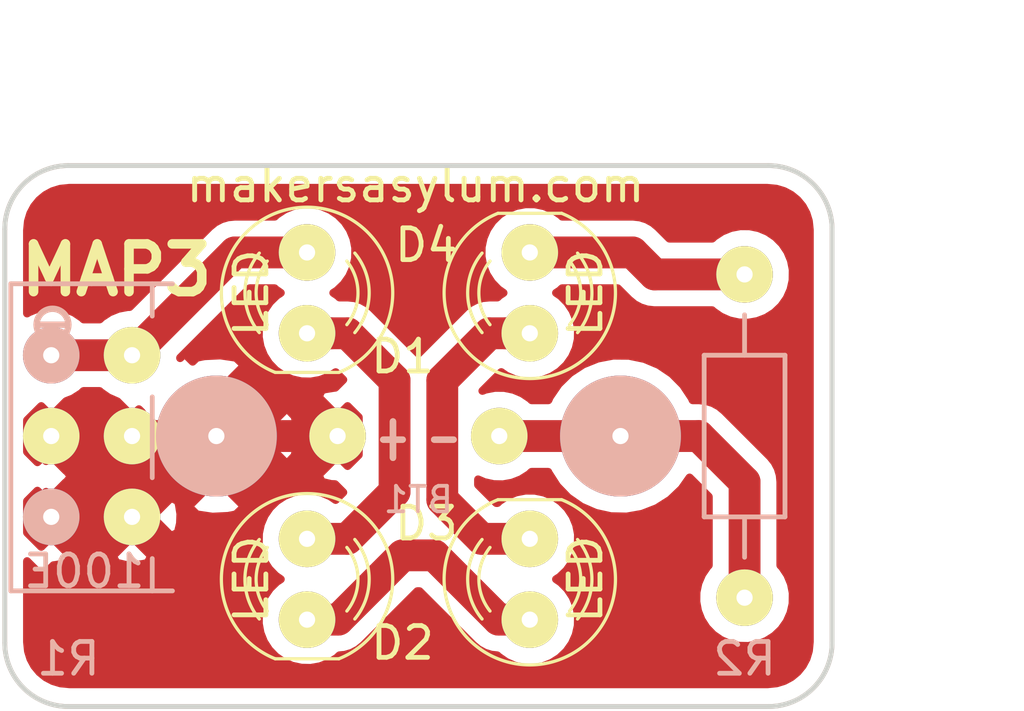
<source format=kicad_pcb>
(kicad_pcb (version 4) (host pcbnew 4.0.2-4+6225~38~ubuntu15.04.1-stable)

  (general
    (links 13)
    (no_connects 0)
    (area 155.924999 101.924999 182.075001 119.075001)
    (thickness 1.6)
    (drawings 14)
    (tracks 32)
    (zones 0)
    (modules 7)
    (nets 8)
  )

  (page A4)
  (layers
    (0 F.Cu signal)
    (31 B.Cu signal)
    (32 B.Adhes user)
    (33 F.Adhes user)
    (34 B.Paste user)
    (35 F.Paste user)
    (36 B.SilkS user)
    (37 F.SilkS user)
    (38 B.Mask user)
    (39 F.Mask user)
    (40 Dwgs.User user)
    (41 Cmts.User user)
    (42 Eco1.User user)
    (43 Eco2.User user)
    (44 Edge.Cuts user)
    (45 Margin user)
    (46 B.CrtYd user)
    (47 F.CrtYd user)
    (48 B.Fab user)
    (49 F.Fab user)
  )

  (setup
    (last_trace_width 0.25)
    (user_trace_width 0.25)
    (user_trace_width 0.5)
    (user_trace_width 1)
    (trace_clearance 0.2)
    (zone_clearance 0.5)
    (zone_45_only no)
    (trace_min 0.2)
    (segment_width 0.2)
    (edge_width 0.15)
    (via_size 0.6)
    (via_drill 0.4)
    (via_min_size 0.4)
    (via_min_drill 0.3)
    (uvia_size 0.3)
    (uvia_drill 0.1)
    (uvias_allowed no)
    (uvia_min_size 0)
    (uvia_min_drill 0)
    (pcb_text_width 0.3)
    (pcb_text_size 1.5 1.5)
    (mod_edge_width 0.15)
    (mod_text_size 1 1)
    (mod_text_width 0.15)
    (pad_size 3.8 3.8)
    (pad_drill 0.508)
    (pad_to_mask_clearance 0.2)
    (aux_axis_origin 156 119)
    (grid_origin 156 119)
    (visible_elements FFFFFF7F)
    (pcbplotparams
      (layerselection 0x00000_00000001)
      (usegerberextensions false)
      (excludeedgelayer false)
      (linewidth 0.050800)
      (plotframeref false)
      (viasonmask false)
      (mode 1)
      (useauxorigin false)
      (hpglpennumber 1)
      (hpglpenspeed 20)
      (hpglpendiameter 15)
      (hpglpenoverlay 2)
      (psnegative false)
      (psa4output false)
      (plotreference false)
      (plotvalue false)
      (plotinvisibletext false)
      (padsonsilk false)
      (subtractmaskfromsilk false)
      (outputformat 4)
      (mirror false)
      (drillshape 1)
      (scaleselection 1)
      (outputdirectory gerber/))
  )

  (net 0 "")
  (net 1 "Net-(D1-Pad1)")
  (net 2 "Net-(D1-Pad2)")
  (net 3 "Net-(D2-Pad2)")
  (net 4 "Net-(D3-Pad2)")
  (net 5 "Net-(D4-Pad2)")
  (net 6 /[+])
  (net 7 /[-])

  (net_class Default "This is the default net class."
    (clearance 0.2)
    (trace_width 0.25)
    (via_dia 0.6)
    (via_drill 0.4)
    (uvia_dia 0.3)
    (uvia_drill 0.1)
  )

  (net_class 0.5 ""
    (clearance 0.2)
    (trace_width 0.5)
    (via_dia 0.6)
    (via_drill 0.4)
    (uvia_dia 0.3)
    (uvia_drill 0.1)
  )

  (net_class 1.0 ""
    (clearance 0.2)
    (trace_width 1)
    (via_dia 0.6)
    (via_drill 0.4)
    (uvia_dia 0.3)
    (uvia_drill 0.1)
    (add_net /[+])
    (add_net /[-])
    (add_net "Net-(D1-Pad1)")
    (add_net "Net-(D1-Pad2)")
    (add_net "Net-(D2-Pad2)")
    (add_net "Net-(D3-Pad2)")
    (add_net "Net-(D4-Pad2)")
  )

  (module map3_fp:LED-5MM (layer F.Cu) (tedit 57148B68) (tstamp 570F64D2)
    (at 165.5 106 270)
    (descr "LED 5mm - Lead pitch 100mil (2,54mm)")
    (tags "LED led 5mm 5MM 100mil 2,54mm")
    (path /570F5ABC)
    (fp_text reference D1 (at 2 -3 360) (layer F.SilkS)
      (effects (font (size 1 1) (thickness 0.15)))
    )
    (fp_text value LED (at 0 1.75 270) (layer F.SilkS)
      (effects (font (size 1 1) (thickness 0.15)))
    )
    (fp_arc (start 0 0) (end 1.25 1.5) (angle 79.61114218) (layer F.SilkS) (width 0.1016))
    (fp_arc (start 0 0) (end -1.25 -1.5) (angle 79.61114218) (layer F.SilkS) (width 0.1016))
    (fp_arc (start 0 0) (end 1 1.25) (angle 77.31961651) (layer F.SilkS) (width 0.1016))
    (fp_arc (start 0 0) (end -1 -1.25) (angle 77.31961651) (layer F.SilkS) (width 0.1016))
    (fp_arc (start 0 0) (end 2.5 1) (angle 316.397181) (layer F.SilkS) (width 0.1016))
    (fp_line (start 2.5 -1) (end 2.5 1) (layer F.SilkS) (width 0.1016))
    (pad 1 thru_hole circle (at -1.27 0 270) (size 1.778 1.778) (drill 0.508) (layers *.Cu *.Mask F.SilkS)
      (net 1 "Net-(D1-Pad1)"))
    (pad 2 thru_hole circle (at 1.27 0 270) (size 1.778 1.778) (drill 0.508) (layers *.Cu *.Mask F.SilkS)
      (net 2 "Net-(D1-Pad2)"))
    (model LED_5mm.wrl
      (at (xyz 0 0 0))
      (scale (xyz 1 1 1))
      (rotate (xyz 0 0 0))
    )
  )

  (module map3_fp:Potentiometer_Bourns_3296Y_3-8Zoll_Angular_ScrewUp (layer B.Cu) (tedit 57148B3E) (tstamp 570F6880)
    (at 160 110.5)
    (descr "3296, 3/8, Square, Trimpot, Trimming, Potentiometer, Bourns")
    (tags "3296, 3/8, Square, Trimpot, Trimming, Potentiometer, Bourns")
    (path /570F68DD)
    (fp_text reference R1 (at -2 7) (layer B.SilkS)
      (effects (font (size 1 1) (thickness 0.15)) (justify mirror))
    )
    (fp_text value 100E (at -1.5 4.25) (layer B.SilkS)
      (effects (font (size 1 1) (thickness 0.15)) (justify mirror))
    )
    (fp_circle (center -2.5 -3.5) (end -2 -3.5) (layer B.SilkS) (width 0.2))
    (fp_line (start -2 -3.5) (end -3 -3.5) (layer B.SilkS) (width 0.2))
    (fp_line (start 0.635 -3.77) (end 0.635 -4.786) (layer B.SilkS) (width 0.15))
    (fp_line (start 0.635 1.31) (end 0.635 -1.23) (layer B.SilkS) (width 0.15))
    (fp_line (start 0.635 4.866) (end 0.635 3.85) (layer B.SilkS) (width 0.15))
    (fp_line (start -2.54 -4.786) (end -3.81 -4.786) (layer B.SilkS) (width 0.15))
    (fp_line (start -3.81 -4.786) (end -3.81 4.866) (layer B.SilkS) (width 0.15))
    (fp_line (start -3.81 4.866) (end 1.27 4.866) (layer B.SilkS) (width 0.15))
    (fp_line (start 1.27 -4.786) (end -1.27 -4.786) (layer B.SilkS) (width 0.15))
    (fp_line (start -1.27 -4.786) (end -2.54 -4.786) (layer B.SilkS) (width 0.15))
    (pad 3 thru_hole circle (at -2.54 0) (size 1.778 1.778) (drill 0.508) (layers *.Cu *.Mask F.SilkS)
      (net 6 /[+]))
    (pad 2 thru_hole circle (at 0 2.54) (size 1.778 1.778) (drill 0.508) (layers *.Cu *.Mask F.SilkS)
      (net 6 /[+]))
    (pad 1 thru_hole circle (at 0 -2.54) (size 1.778 1.778) (drill 0.508) (layers *.Cu *.Mask F.SilkS)
      (net 1 "Net-(D1-Pad1)"))
    (pad 3 thru_hole circle (at 0 0) (size 1.778 1.778) (drill 0.508) (layers *.Cu *.Mask F.SilkS)
      (net 6 /[+]))
    (pad 2 thru_hole circle (at -2.54 2.54) (size 1.778 1.778) (drill 0.508) (layers *.Cu *.Mask B.SilkS)
      (net 6 /[+]))
    (pad 1 thru_hole circle (at -2.54 -2.54) (size 1.778 1.778) (drill 0.508) (layers *.Cu *.Mask B.SilkS)
      (net 1 "Net-(D1-Pad1)"))
    (model Bourns_3362S.wrl
      (at (xyz 0 0 0))
      (scale (xyz 1 1 1))
      (rotate (xyz 0 0 0))
    )
  )

  (module map3_fp:Resistor_Horizontal_RM10mm (layer B.Cu) (tedit 57148B77) (tstamp 570F6887)
    (at 179.25 110.5 270)
    (descr "Resistor, Axial,  RM 10mm, 1/3W,")
    (tags "Resistor, Axial, RM 10mm, 1/3W,")
    (path /570F5CCF)
    (fp_text reference R2 (at 7 0 360) (layer B.SilkS)
      (effects (font (size 1 1) (thickness 0.15)) (justify mirror))
    )
    (fp_text value 100E (at 3.81 -3.81 270) (layer B.SilkS) hide
      (effects (font (size 1 1) (thickness 0.15)) (justify mirror))
    )
    (fp_line (start -2.54 1.27) (end 2.54 1.27) (layer B.SilkS) (width 0.15))
    (fp_line (start 2.54 1.27) (end 2.54 -1.27) (layer B.SilkS) (width 0.15))
    (fp_line (start 2.54 -1.27) (end -2.54 -1.27) (layer B.SilkS) (width 0.15))
    (fp_line (start -2.54 -1.27) (end -2.54 1.27) (layer B.SilkS) (width 0.15))
    (fp_line (start -2.54 0) (end -3.81 0) (layer B.SilkS) (width 0.15))
    (fp_line (start 2.54 0) (end 3.81 0) (layer B.SilkS) (width 0.15))
    (pad 1 thru_hole circle (at -5.08 0 270) (size 1.778 1.778) (drill 0.508) (layers *.Cu *.Mask F.SilkS)
      (net 5 "Net-(D4-Pad2)"))
    (pad 2 thru_hole circle (at 5.08 0 270) (size 1.778 1.778) (drill 0.508) (layers *.Cu *.Mask F.SilkS)
      (net 7 /[-]))
    (model Res40-Axial_Short_0.25W-10R.wrl
      (at (xyz 0 0 0))
      (scale (xyz 1 1 1))
      (rotate (xyz 0 0 0))
    )
  )

  (module map3_fp:LED-5MM (layer F.Cu) (tedit 57148B6C) (tstamp 570F64E1)
    (at 172.5 106 90)
    (descr "LED 5mm - Lead pitch 100mil (2,54mm)")
    (tags "LED led 5mm 5MM 100mil 2,54mm")
    (path /570F5C5D)
    (fp_text reference D4 (at 1.5 -3.25 180) (layer F.SilkS)
      (effects (font (size 1 1) (thickness 0.15)))
    )
    (fp_text value LED (at 0 1.75 90) (layer F.SilkS)
      (effects (font (size 1 1) (thickness 0.15)))
    )
    (fp_arc (start 0 0) (end 1.25 1.5) (angle 79.61114218) (layer F.SilkS) (width 0.1016))
    (fp_arc (start 0 0) (end -1.25 -1.5) (angle 79.61114218) (layer F.SilkS) (width 0.1016))
    (fp_arc (start 0 0) (end 1 1.25) (angle 77.31961651) (layer F.SilkS) (width 0.1016))
    (fp_arc (start 0 0) (end -1 -1.25) (angle 77.31961651) (layer F.SilkS) (width 0.1016))
    (fp_arc (start 0 0) (end 2.5 1) (angle 316.397181) (layer F.SilkS) (width 0.1016))
    (fp_line (start 2.5 -1) (end 2.5 1) (layer F.SilkS) (width 0.1016))
    (pad 1 thru_hole circle (at -1.27 0 90) (size 1.778 1.778) (drill 0.508) (layers *.Cu *.Mask F.SilkS)
      (net 4 "Net-(D3-Pad2)"))
    (pad 2 thru_hole circle (at 1.27 0 90) (size 1.778 1.778) (drill 0.508) (layers *.Cu *.Mask F.SilkS)
      (net 5 "Net-(D4-Pad2)"))
    (model LED_5mm.wrl
      (at (xyz 0 0 0))
      (scale (xyz 1 1 1))
      (rotate (xyz 0 0 0))
    )
  )

  (module map3_fp:LED-5MM (layer F.Cu) (tedit 57148B4E) (tstamp 570F64DC)
    (at 172.5 115 90)
    (descr "LED 5mm - Lead pitch 100mil (2,54mm)")
    (tags "LED led 5mm 5MM 100mil 2,54mm")
    (path /570F5B9E)
    (fp_text reference D3 (at 1.75 -3.25 180) (layer F.SilkS)
      (effects (font (size 1 1) (thickness 0.15)))
    )
    (fp_text value LED (at 0 1.75 90) (layer F.SilkS)
      (effects (font (size 1 1) (thickness 0.15)))
    )
    (fp_arc (start 0 0) (end 1.25 1.5) (angle 79.61114218) (layer F.SilkS) (width 0.1016))
    (fp_arc (start 0 0) (end -1.25 -1.5) (angle 79.61114218) (layer F.SilkS) (width 0.1016))
    (fp_arc (start 0 0) (end 1 1.25) (angle 77.31961651) (layer F.SilkS) (width 0.1016))
    (fp_arc (start 0 0) (end -1 -1.25) (angle 77.31961651) (layer F.SilkS) (width 0.1016))
    (fp_arc (start 0 0) (end 2.5 1) (angle 316.397181) (layer F.SilkS) (width 0.1016))
    (fp_line (start 2.5 -1) (end 2.5 1) (layer F.SilkS) (width 0.1016))
    (pad 1 thru_hole circle (at -1.27 0 90) (size 1.778 1.778) (drill 0.508) (layers *.Cu *.Mask F.SilkS)
      (net 3 "Net-(D2-Pad2)"))
    (pad 2 thru_hole circle (at 1.27 0 90) (size 1.778 1.778) (drill 0.508) (layers *.Cu *.Mask F.SilkS)
      (net 4 "Net-(D3-Pad2)"))
    (model LED_5mm.wrl
      (at (xyz 0 0 0))
      (scale (xyz 1 1 1))
      (rotate (xyz 0 0 0))
    )
  )

  (module map3_fp:LED-5MM (layer F.Cu) (tedit 57148B52) (tstamp 570F64D7)
    (at 165.5 115 270)
    (descr "LED 5mm - Lead pitch 100mil (2,54mm)")
    (tags "LED led 5mm 5MM 100mil 2,54mm")
    (path /570F5B5A)
    (fp_text reference D2 (at 2 -3 360) (layer F.SilkS)
      (effects (font (size 1 1) (thickness 0.15)))
    )
    (fp_text value LED (at 0 1.75 270) (layer F.SilkS)
      (effects (font (size 1 1) (thickness 0.15)))
    )
    (fp_arc (start 0 0) (end 1.25 1.5) (angle 79.61114218) (layer F.SilkS) (width 0.1016))
    (fp_arc (start 0 0) (end -1.25 -1.5) (angle 79.61114218) (layer F.SilkS) (width 0.1016))
    (fp_arc (start 0 0) (end 1 1.25) (angle 77.31961651) (layer F.SilkS) (width 0.1016))
    (fp_arc (start 0 0) (end -1 -1.25) (angle 77.31961651) (layer F.SilkS) (width 0.1016))
    (fp_arc (start 0 0) (end 2.5 1) (angle 316.397181) (layer F.SilkS) (width 0.1016))
    (fp_line (start 2.5 -1) (end 2.5 1) (layer F.SilkS) (width 0.1016))
    (pad 1 thru_hole circle (at -1.27 0 270) (size 1.778 1.778) (drill 0.508) (layers *.Cu *.Mask F.SilkS)
      (net 2 "Net-(D1-Pad2)"))
    (pad 2 thru_hole circle (at 1.27 0 270) (size 1.778 1.778) (drill 0.508) (layers *.Cu *.Mask F.SilkS)
      (net 3 "Net-(D2-Pad2)"))
    (model LED_5mm.wrl
      (at (xyz 0 0 0))
      (scale (xyz 1 1 1))
      (rotate (xyz 0 0 0))
    )
  )

  (module map3_fp:9V_clip_968 (layer B.Cu) (tedit 57148B85) (tstamp 570F687B)
    (at 169 110.5 180)
    (path /570F5FD9)
    (fp_text reference BT1 (at 0 -2 180) (layer B.SilkS)
      (effects (font (size 0.8 0.8) (thickness 0.12)) (justify mirror))
    )
    (fp_text value BATT_HOLDER (at 0 -1 180) (layer B.SilkS) hide
      (effects (font (size 0.8 0.8) (thickness 0.12)) (justify mirror))
    )
    (fp_line (start 11 8.5) (end -11 8.5) (layer B.SilkS) (width 0.15))
    (fp_line (start 13 -6.5) (end 13 6.5) (layer B.SilkS) (width 0.15))
    (fp_line (start -11 -8.5) (end 11 -8.5) (layer B.SilkS) (width 0.15))
    (fp_line (start -13 6.5) (end -13 -6.5) (layer B.SilkS) (width 0.15))
    (fp_arc (start 11 6.5) (end 11 8.5) (angle -90) (layer B.SilkS) (width 0.15))
    (fp_arc (start 11 -6.5) (end 13 -6.5) (angle -90) (layer B.SilkS) (width 0.15))
    (fp_arc (start -11 -6.5) (end -11 -8.5) (angle -90) (layer B.SilkS) (width 0.15))
    (fp_arc (start -11 6.5) (end -13 6.5) (angle -90) (layer B.SilkS) (width 0.15))
    (pad 1 thru_hole circle (at 6.35 0 180) (size 3.8 3.8) (drill 0.508) (layers *.Cu *.Mask B.SilkS)
      (net 6 /[+]))
    (pad 2 thru_hole circle (at -6.35 0 180) (size 3.8 3.8) (drill 0.508) (layers *.Cu *.Mask B.SilkS)
      (net 7 /[-]))
    (pad 2 thru_hole circle (at -2.54 0 180) (size 1.778 1.778) (drill 0.508) (layers *.Cu *.Mask F.SilkS)
      (net 7 /[-]))
    (pad 1 thru_hole circle (at 2.54 0 180) (size 1.778 1.778) (drill 0.508) (layers *.Cu *.Mask F.SilkS)
      (net 6 /[+]))
    (model 9V_clip2.wrl
      (at (xyz 0 0 0.05))
      (scale (xyz 1 1 1))
      (rotate (xyz 0 0 0))
    )
  )

  (gr_text makersasylum.com (at 168.91 102.616) (layer F.SilkS)
    (effects (font (size 1.016 1.016) (thickness 0.1524)))
  )
  (gr_text MAP3 (at 159.512 105.283) (layer F.SilkS)
    (effects (font (size 1.5 1.5) (thickness 0.3)))
  )
  (dimension 17 (width 0.3) (layer Dwgs.User)
    (gr_text "17.000 mm" (at 185.35 110.5 270) (layer Dwgs.User)
      (effects (font (size 1.5 1.5) (thickness 0.3)))
    )
    (feature1 (pts (xy 182.5 119) (xy 186.7 119)))
    (feature2 (pts (xy 182.5 102) (xy 186.7 102)))
    (crossbar (pts (xy 184 102) (xy 184 119)))
    (arrow1a (pts (xy 184 119) (xy 183.413579 117.873496)))
    (arrow1b (pts (xy 184 119) (xy 184.586421 117.873496)))
    (arrow2a (pts (xy 184 102) (xy 183.413579 103.126504)))
    (arrow2b (pts (xy 184 102) (xy 184.586421 103.126504)))
  )
  (dimension 26 (width 0.3) (layer Dwgs.User)
    (gr_text "26.000 mm" (at 169 98.65) (layer Dwgs.User)
      (effects (font (size 1.5 1.5) (thickness 0.3)))
    )
    (feature1 (pts (xy 182 101.5) (xy 182 97.3)))
    (feature2 (pts (xy 156 101.5) (xy 156 97.3)))
    (crossbar (pts (xy 156 100) (xy 182 100)))
    (arrow1a (pts (xy 182 100) (xy 180.873496 100.586421)))
    (arrow1b (pts (xy 182 100) (xy 180.873496 99.413579)))
    (arrow2a (pts (xy 156 100) (xy 157.126504 100.586421)))
    (arrow2b (pts (xy 156 100) (xy 157.126504 99.413579)))
  )
  (gr_text "- +" (at 169 110.5) (layer B.SilkS)
    (effects (font (size 1.5 0.8) (thickness 0.2)) (justify mirror))
  )
  (gr_text "+ -" (at 169 110.5) (layer F.SilkS)
    (effects (font (size 1.5 0.8) (thickness 0.2)))
  )
  (gr_arc (start 158 104) (end 156 104) (angle 90) (layer Edge.Cuts) (width 0.15))
  (gr_arc (start 158 117) (end 158 119) (angle 90) (layer Edge.Cuts) (width 0.15))
  (gr_arc (start 180 117) (end 182 117) (angle 90) (layer Edge.Cuts) (width 0.15))
  (gr_arc (start 180 104) (end 180 102) (angle 90) (layer Edge.Cuts) (width 0.15))
  (gr_line (start 156 117) (end 156 104) (angle 90) (layer Edge.Cuts) (width 0.15))
  (gr_line (start 180 119) (end 158 119) (angle 90) (layer Edge.Cuts) (width 0.15))
  (gr_line (start 182 104) (end 182 117) (angle 90) (layer Edge.Cuts) (width 0.15))
  (gr_line (start 158 102) (end 180 102) (angle 90) (layer Edge.Cuts) (width 0.15))

  (segment (start 165.5 104.73) (end 163.23 104.73) (width 1) (layer F.Cu) (net 1) (status 10))
  (segment (start 160 107.96) (end 157.46 107.96) (width 1) (layer F.Cu) (net 1) (status 30))
  (segment (start 163.23 104.73) (end 160 107.96) (width 1) (layer F.Cu) (net 1) (tstamp 570F6911) (status 20))
  (segment (start 165.5 107.27) (end 166.77 107.27) (width 1) (layer F.Cu) (net 2) (status 10))
  (segment (start 168.25 108.75) (end 168.25 112.25) (width 1) (layer F.Cu) (net 2) (tstamp 57148840))
  (segment (start 166.77 107.27) (end 168.25 108.75) (width 1) (layer F.Cu) (net 2) (tstamp 5714883F))
  (segment (start 165.5 107.27) (end 166.27 107.27) (width 1) (layer F.Cu) (net 2) (status 30))
  (segment (start 166.77 113.73) (end 165.5 113.73) (width 1) (layer F.Cu) (net 2) (tstamp 57148831) (status 20))
  (segment (start 168.25 112.25) (end 166.77 113.73) (width 1) (layer F.Cu) (net 2) (tstamp 5714882C))
  (segment (start 165.5 116.27) (end 166.48 116.27) (width 1) (layer F.Cu) (net 3))
  (segment (start 171.52 116.27) (end 172.5 116.27) (width 1) (layer F.Cu) (net 3) (tstamp 571488DB))
  (segment (start 169.5 114.25) (end 171.52 116.27) (width 1) (layer F.Cu) (net 3) (tstamp 571488D8))
  (segment (start 168.5 114.25) (end 169.5 114.25) (width 1) (layer F.Cu) (net 3) (tstamp 571488D5))
  (segment (start 166.48 116.27) (end 168.5 114.25) (width 1) (layer F.Cu) (net 3) (tstamp 571488D4))
  (segment (start 172.5 107.27) (end 171.23 107.27) (width 1) (layer F.Cu) (net 4) (status 10))
  (segment (start 169.75 108.75) (end 169.75 112.5) (width 1) (layer F.Cu) (net 4) (tstamp 5714886B))
  (segment (start 171.23 107.27) (end 169.75 108.75) (width 1) (layer F.Cu) (net 4) (tstamp 5714886A))
  (segment (start 172.5 107.27) (end 171.73 107.27) (width 1) (layer F.Cu) (net 4) (status 30))
  (segment (start 170.98 113.73) (end 172.5 113.73) (width 1) (layer F.Cu) (net 4) (tstamp 57148859) (status 20))
  (segment (start 169.75 112.5) (end 170.98 113.73) (width 1) (layer F.Cu) (net 4) (tstamp 57148857))
  (segment (start 176.42 105.42) (end 179.25 105.42) (width 1) (layer F.Cu) (net 5) (tstamp 570F690D) (status 20))
  (segment (start 172.5 104.73) (end 175.73 104.73) (width 1) (layer F.Cu) (net 5) (status 10))
  (segment (start 175.73 104.73) (end 176.42 105.42) (width 1) (layer F.Cu) (net 5) (tstamp 570F690C))
  (segment (start 166.46 110.5) (end 162.65 110.5) (width 1) (layer F.Cu) (net 6) (status 30))
  (segment (start 160 113.04) (end 157.46 113.04) (width 1) (layer F.Cu) (net 6) (status 30))
  (segment (start 160 113.04) (end 160 110.5) (width 1) (layer F.Cu) (net 6) (status 30))
  (segment (start 160 110.5) (end 162.65 110.5) (width 1) (layer F.Cu) (net 6) (status 30))
  (segment (start 157.46 110.5) (end 160 110.5) (width 1) (layer F.Cu) (net 6) (status 30))
  (segment (start 175.35 110.5) (end 177.81 110.5) (width 1) (layer F.Cu) (net 7) (status 10))
  (segment (start 177.81 110.5) (end 179.25 111.94) (width 1) (layer F.Cu) (net 7) (tstamp 571487E5))
  (segment (start 171.54 110.5) (end 175.35 110.5) (width 1) (layer F.Cu) (net 7) (status 30))
  (segment (start 179.25 111.94) (end 179.25 115.58) (width 1) (layer F.Cu) (net 7) (tstamp 571487E8) (status 20))

  (zone (net 6) (net_name /[+]) (layer F.Cu) (tstamp 570F803A) (hatch edge 0.508)
    (connect_pads (clearance 0.5))
    (min_thickness 0.25)
    (fill yes (arc_segments 32) (thermal_gap 0.5) (thermal_bridge_width 2.5) (smoothing fillet))
    (polygon
      (pts
        (xy 182 119) (xy 156 119) (xy 156 102) (xy 182 102) (xy 182 119)
      )
    )
    (filled_polygon
      (pts
        (xy 180.251851 102.728051) (xy 180.494113 102.801194) (xy 180.71755 102.919998) (xy 180.913658 103.07994) (xy 181.074967 103.274928)
        (xy 181.195327 103.49753) (xy 181.27016 103.739275) (xy 181.3 104.023186) (xy 181.3 116.965765) (xy 181.271949 117.251852)
        (xy 181.198805 117.494114) (xy 181.080002 117.71755) (xy 180.920058 117.91366) (xy 180.72507 118.074968) (xy 180.502473 118.195326)
        (xy 180.260725 118.270159) (xy 179.976814 118.3) (xy 158.034235 118.3) (xy 157.748148 118.271949) (xy 157.505886 118.198805)
        (xy 157.28245 118.080002) (xy 157.08634 117.920058) (xy 156.925032 117.72507) (xy 156.804674 117.502473) (xy 156.729841 117.260725)
        (xy 156.7 116.976814) (xy 156.7 114.430625) (xy 157.180184 114.910809) (xy 157.533207 114.557786) (xy 157.552569 114.558508)
        (xy 157.847036 114.51127) (xy 157.955585 114.478342) (xy 158.058339 114.266957) (xy 159.401661 114.266957) (xy 159.504415 114.478342)
        (xy 159.794544 114.547389) (xy 160.092569 114.558508) (xy 160.387036 114.51127) (xy 160.495585 114.478342) (xy 160.598339 114.266957)
        (xy 160 113.668618) (xy 159.401661 114.266957) (xy 158.058339 114.266957) (xy 157.46 113.668618) (xy 157.145692 113.982927)
        (xy 156.7 113.537235) (xy 156.7 113.171382) (xy 156.831382 113.04) (xy 158.088618 113.04) (xy 158.551841 113.503223)
        (xy 158.561658 113.535585) (xy 158.605528 113.55691) (xy 158.686957 113.638339) (xy 158.73 113.617416) (xy 158.773043 113.638339)
        (xy 158.854472 113.55691) (xy 158.898342 113.535585) (xy 158.905383 113.505999) (xy 159.371382 113.04) (xy 160.628618 113.04)
        (xy 161.226957 113.638339) (xy 161.438342 113.535585) (xy 161.507389 113.245456) (xy 161.518508 112.947431) (xy 161.481307 112.71553)
        (xy 161.777973 112.71553) (xy 162.035712 112.961731) (xy 162.527776 113.034271) (xy 163.024537 113.009421) (xy 163.264288 112.961731)
        (xy 163.522027 112.71553) (xy 162.65 111.843503) (xy 161.777973 112.71553) (xy 161.481307 112.71553) (xy 161.47127 112.652964)
        (xy 161.438342 112.544415) (xy 161.226957 112.441661) (xy 160.628618 113.04) (xy 159.371382 113.04) (xy 158.908159 112.576777)
        (xy 158.898342 112.544415) (xy 158.854472 112.52309) (xy 158.773043 112.441661) (xy 158.73 112.462584) (xy 158.686957 112.441661)
        (xy 158.605528 112.52309) (xy 158.561658 112.544415) (xy 158.554617 112.574001) (xy 158.088618 113.04) (xy 156.831382 113.04)
        (xy 156.7 112.908618) (xy 156.7 112.542765) (xy 157.02607 112.216695) (xy 157.180184 112.370809) (xy 157.299806 112.251188)
        (xy 157.46 112.411382) (xy 157.923223 111.948159) (xy 157.955585 111.938342) (xy 157.97691 111.894472) (xy 158.058339 111.813043)
        (xy 158.037416 111.77) (xy 158.058339 111.726957) (xy 159.401661 111.726957) (xy 159.422584 111.77) (xy 159.401661 111.813043)
        (xy 159.48309 111.894472) (xy 159.504415 111.938342) (xy 159.534001 111.945383) (xy 160 112.411382) (xy 160.463223 111.948159)
        (xy 160.495585 111.938342) (xy 160.51691 111.894472) (xy 160.598339 111.813043) (xy 160.577416 111.77) (xy 160.598339 111.726957)
        (xy 160.51691 111.645528) (xy 160.495585 111.601658) (xy 160.465999 111.594617) (xy 160 111.128618) (xy 159.536777 111.591841)
        (xy 159.504415 111.601658) (xy 159.48309 111.645528) (xy 159.401661 111.726957) (xy 158.058339 111.726957) (xy 157.97691 111.645528)
        (xy 157.955585 111.601658) (xy 157.925999 111.594617) (xy 157.46 111.128618) (xy 157.299806 111.288813) (xy 157.180184 111.169191)
        (xy 157.02607 111.323305) (xy 156.7 110.997235) (xy 156.7 110.631382) (xy 156.831382 110.5) (xy 158.088618 110.5)
        (xy 158.551841 110.963223) (xy 158.561658 110.995585) (xy 158.605528 111.01691) (xy 158.686957 111.098339) (xy 158.73 111.077416)
        (xy 158.773043 111.098339) (xy 158.854472 111.01691) (xy 158.898342 110.995585) (xy 158.905383 110.965999) (xy 159.371382 110.5)
        (xy 158.908159 110.036777) (xy 158.898342 110.004415) (xy 158.854472 109.98309) (xy 158.773043 109.901661) (xy 158.73 109.922584)
        (xy 158.686957 109.901661) (xy 158.605528 109.98309) (xy 158.561658 110.004415) (xy 158.554617 110.034001) (xy 158.088618 110.5)
        (xy 156.831382 110.5) (xy 156.7 110.368618) (xy 156.7 110.002765) (xy 157.145692 109.557074) (xy 157.46 109.871382)
        (xy 157.929532 109.40185) (xy 158.145932 109.317914) (xy 158.396622 109.158821) (xy 158.474142 109.085) (xy 158.981601 109.085)
        (xy 159.013998 109.118548) (xy 159.257806 109.287999) (xy 159.529884 109.406867) (xy 159.537064 109.408446) (xy 160 109.871382)
        (xy 160.215195 109.656188) (xy 160.313558 109.754551) (xy 160.188269 109.885712) (xy 160.115729 110.377776) (xy 160.140579 110.874537)
        (xy 160.188269 111.114288) (xy 160.43447 111.372027) (xy 160.967558 110.83894) (xy 161.226957 111.098339) (xy 161.438342 110.995585)
        (xy 161.507389 110.705456) (xy 161.515054 110.5) (xy 163.993503 110.5) (xy 164.86553 111.372027) (xy 165.111731 111.114288)
        (xy 165.122037 111.044379) (xy 165.233043 111.098339) (xy 165.831382 110.5) (xy 165.233043 109.901661) (xy 165.12532 109.954025)
        (xy 165.111731 109.885712) (xy 164.86553 109.627973) (xy 163.993503 110.5) (xy 161.515054 110.5) (xy 161.518508 110.407431)
        (xy 161.47127 110.112964) (xy 161.458816 110.071909) (xy 162.512114 109.018611) (xy 162.65 109.156497) (xy 163.522027 108.28447)
        (xy 163.264288 108.038269) (xy 162.772224 107.965729) (xy 162.275463 107.990579) (xy 162.035712 108.038269) (xy 161.904551 108.163558)
        (xy 161.65184 107.910847) (xy 161.510708 108.051979) (xy 161.510874 108.040116) (xy 163.69599 105.855) (xy 164.481601 105.855)
        (xy 164.513998 105.888548) (xy 164.674992 106.000442) (xy 164.546731 106.084373) (xy 164.334597 106.29211) (xy 164.166852 106.537096)
        (xy 164.049886 106.809997) (xy 163.988155 107.100419) (xy 163.98401 107.397301) (xy 164.037608 107.689334) (xy 164.146908 107.965395)
        (xy 164.307747 108.214968) (xy 164.513998 108.428548) (xy 164.757806 108.597999) (xy 165.029884 108.716867) (xy 165.319869 108.780624)
        (xy 165.616715 108.786842) (xy 165.909115 108.735284) (xy 166.185932 108.627914) (xy 166.400656 108.491646) (xy 166.639009 108.729999)
        (xy 166.386793 108.982214) (xy 166.367431 108.981492) (xy 166.072964 109.02873) (xy 165.964415 109.061658) (xy 165.861661 109.273043)
        (xy 166.46 109.871382) (xy 166.774309 109.557074) (xy 167.125 109.907765) (xy 167.125 110.463618) (xy 167.088618 110.5)
        (xy 167.125 110.536382) (xy 167.125 111.092235) (xy 166.774309 111.442927) (xy 166.46 111.128618) (xy 165.861661 111.726957)
        (xy 165.964415 111.938342) (xy 166.254544 112.007389) (xy 166.381118 112.012111) (xy 166.639009 112.270002) (xy 166.398952 112.510058)
        (xy 166.223579 112.391768) (xy 165.949868 112.27671) (xy 165.659022 112.217008) (xy 165.362118 112.214935) (xy 165.070467 112.270571)
        (xy 164.795176 112.381795) (xy 164.546731 112.544373) (xy 164.334597 112.75211) (xy 164.166852 112.997096) (xy 164.049886 113.269997)
        (xy 163.988155 113.560419) (xy 163.98401 113.857301) (xy 164.037608 114.149334) (xy 164.146908 114.425395) (xy 164.307747 114.674968)
        (xy 164.513998 114.888548) (xy 164.674992 115.000442) (xy 164.546731 115.084373) (xy 164.334597 115.29211) (xy 164.166852 115.537096)
        (xy 164.049886 115.809997) (xy 163.988155 116.100419) (xy 163.98401 116.397301) (xy 164.037608 116.689334) (xy 164.146908 116.965395)
        (xy 164.307747 117.214968) (xy 164.513998 117.428548) (xy 164.757806 117.597999) (xy 165.029884 117.716867) (xy 165.319869 117.780624)
        (xy 165.616715 117.786842) (xy 165.909115 117.735284) (xy 166.185932 117.627914) (xy 166.436622 117.468821) (xy 166.51806 117.391268)
        (xy 166.583424 117.384859) (xy 166.686945 117.375803) (xy 166.692627 117.374152) (xy 166.698514 117.373575) (xy 166.797972 117.343547)
        (xy 166.897788 117.314547) (xy 166.903043 117.311823) (xy 166.908704 117.310114) (xy 167.000394 117.261362) (xy 167.092719 117.213505)
        (xy 167.097347 117.20981) (xy 167.102565 117.207036) (xy 167.183047 117.141396) (xy 167.264311 117.076524) (xy 167.272546 117.068404)
        (xy 167.272713 117.068267) (xy 167.272841 117.068112) (xy 167.275495 117.065495) (xy 168.96599 115.375) (xy 169.03401 115.375)
        (xy 170.724505 117.065495) (xy 170.80481 117.131459) (xy 170.884412 117.198253) (xy 170.889595 117.201102) (xy 170.894167 117.204858)
        (xy 170.985746 117.253962) (xy 171.076815 117.304027) (xy 171.082456 117.305817) (xy 171.087668 117.308611) (xy 171.186985 117.338975)
        (xy 171.286099 117.370416) (xy 171.291983 117.371076) (xy 171.297635 117.372804) (xy 171.400944 117.383298) (xy 171.478726 117.392022)
        (xy 171.513998 117.428548) (xy 171.757806 117.597999) (xy 172.029884 117.716867) (xy 172.319869 117.780624) (xy 172.616715 117.786842)
        (xy 172.909115 117.735284) (xy 173.185932 117.627914) (xy 173.436622 117.468821) (xy 173.651636 117.264066) (xy 173.822785 117.021447)
        (xy 173.94355 116.750205) (xy 174.00933 116.460673) (xy 174.014065 116.121545) (xy 173.956395 115.830288) (xy 173.843251 115.555781)
        (xy 173.678943 115.308477) (xy 173.46973 115.097798) (xy 173.324604 114.99991) (xy 173.436622 114.928821) (xy 173.651636 114.724066)
        (xy 173.822785 114.481447) (xy 173.94355 114.210205) (xy 174.00933 113.920673) (xy 174.014065 113.581545) (xy 173.956395 113.290288)
        (xy 173.843251 113.015781) (xy 173.678943 112.768477) (xy 173.46973 112.557798) (xy 173.223579 112.391768) (xy 172.949868 112.27671)
        (xy 172.659022 112.217008) (xy 172.362118 112.214935) (xy 172.070467 112.270571) (xy 171.795176 112.381795) (xy 171.546731 112.544373)
        (xy 171.484821 112.605) (xy 171.44599 112.605) (xy 170.875 112.03401) (xy 170.875 111.861724) (xy 171.069884 111.946867)
        (xy 171.359869 112.010624) (xy 171.656715 112.016842) (xy 171.949115 111.965284) (xy 172.225932 111.857914) (xy 172.476622 111.698821)
        (xy 172.554142 111.625) (xy 173.079597 111.625) (xy 173.093358 111.659757) (xy 173.3616 112.075987) (xy 173.705579 112.432188)
        (xy 174.112194 112.714793) (xy 174.565957 112.913037) (xy 175.049583 113.019369) (xy 175.544653 113.029739) (xy 176.032308 112.943752)
        (xy 176.493974 112.764684) (xy 176.912067 112.499354) (xy 177.270661 112.15787) (xy 177.521414 111.802404) (xy 178.125 112.40599)
        (xy 178.125 114.562544) (xy 178.084597 114.60211) (xy 177.916852 114.847096) (xy 177.799886 115.119997) (xy 177.738155 115.410419)
        (xy 177.73401 115.707301) (xy 177.787608 115.999334) (xy 177.896908 116.275395) (xy 178.057747 116.524968) (xy 178.263998 116.738548)
        (xy 178.507806 116.907999) (xy 178.779884 117.026867) (xy 179.069869 117.090624) (xy 179.366715 117.096842) (xy 179.659115 117.045284)
        (xy 179.935932 116.937914) (xy 180.186622 116.778821) (xy 180.401636 116.574066) (xy 180.572785 116.331447) (xy 180.69355 116.060205)
        (xy 180.75933 115.770673) (xy 180.764065 115.431545) (xy 180.706395 115.140288) (xy 180.593251 114.865781) (xy 180.428943 114.618477)
        (xy 180.375 114.564156) (xy 180.375 111.94) (xy 180.364864 111.836621) (xy 180.355803 111.733055) (xy 180.354152 111.727373)
        (xy 180.353575 111.721486) (xy 180.323547 111.622028) (xy 180.294547 111.522212) (xy 180.291823 111.516958) (xy 180.290114 111.511296)
        (xy 180.241351 111.419586) (xy 180.193505 111.327282) (xy 180.189812 111.322656) (xy 180.187036 111.317435) (xy 180.121359 111.236906)
        (xy 180.056524 111.15569) (xy 180.048405 111.147456) (xy 180.048267 111.147287) (xy 180.048111 111.147158) (xy 180.045495 111.144505)
        (xy 178.605495 109.704505) (xy 178.52519 109.638541) (xy 178.445588 109.571747) (xy 178.440405 109.568898) (xy 178.435833 109.565142)
        (xy 178.344254 109.516038) (xy 178.253185 109.465973) (xy 178.247544 109.464183) (xy 178.242332 109.461389) (xy 178.143015 109.431025)
        (xy 178.043901 109.399584) (xy 178.038017 109.398924) (xy 178.032365 109.397196) (xy 177.929015 109.386698) (xy 177.825707 109.37511)
        (xy 177.814144 109.375029) (xy 177.813927 109.375007) (xy 177.813725 109.375026) (xy 177.81 109.375) (xy 177.617495 109.375)
        (xy 177.59023 109.308849) (xy 177.316202 108.896405) (xy 176.967283 108.545041) (xy 176.556762 108.268141) (xy 176.100275 108.076251)
        (xy 175.615211 107.976682) (xy 175.120045 107.973225) (xy 174.633638 108.066012) (xy 174.174517 108.251509) (xy 173.76017 108.52265)
        (xy 173.406379 108.869108) (xy 173.12662 109.277686) (xy 173.084911 109.375) (xy 172.556604 109.375) (xy 172.50973 109.327798)
        (xy 172.263579 109.161768) (xy 171.989868 109.04671) (xy 171.699022 108.987008) (xy 171.402118 108.984935) (xy 171.110467 109.040571)
        (xy 171.009711 109.081279) (xy 171.601575 108.489415) (xy 171.757806 108.597999) (xy 172.029884 108.716867) (xy 172.319869 108.780624)
        (xy 172.616715 108.786842) (xy 172.909115 108.735284) (xy 173.185932 108.627914) (xy 173.436622 108.468821) (xy 173.651636 108.264066)
        (xy 173.822785 108.021447) (xy 173.94355 107.750205) (xy 174.00933 107.460673) (xy 174.014065 107.121545) (xy 173.956395 106.830288)
        (xy 173.843251 106.555781) (xy 173.678943 106.308477) (xy 173.46973 106.097798) (xy 173.324604 105.99991) (xy 173.436622 105.928821)
        (xy 173.514142 105.855) (xy 175.26401 105.855) (xy 175.624505 106.215495) (xy 175.70481 106.281459) (xy 175.784412 106.348253)
        (xy 175.789595 106.351102) (xy 175.794167 106.354858) (xy 175.885746 106.403962) (xy 175.976815 106.454027) (xy 175.982456 106.455817)
        (xy 175.987668 106.458611) (xy 176.086985 106.488975) (xy 176.186099 106.520416) (xy 176.191983 106.521076) (xy 176.197635 106.522804)
        (xy 176.300944 106.533298) (xy 176.404293 106.54489) (xy 176.415866 106.544971) (xy 176.416072 106.544992) (xy 176.416264 106.544974)
        (xy 176.42 106.545) (xy 178.231601 106.545) (xy 178.263998 106.578548) (xy 178.507806 106.747999) (xy 178.779884 106.866867)
        (xy 179.069869 106.930624) (xy 179.366715 106.936842) (xy 179.659115 106.885284) (xy 179.935932 106.777914) (xy 180.186622 106.618821)
        (xy 180.401636 106.414066) (xy 180.572785 106.171447) (xy 180.69355 105.900205) (xy 180.75933 105.610673) (xy 180.764065 105.271545)
        (xy 180.706395 104.980288) (xy 180.593251 104.705781) (xy 180.428943 104.458477) (xy 180.21973 104.247798) (xy 179.973579 104.081768)
        (xy 179.699868 103.96671) (xy 179.409022 103.907008) (xy 179.112118 103.904935) (xy 178.820467 103.960571) (xy 178.545176 104.071795)
        (xy 178.296731 104.234373) (xy 178.234821 104.295) (xy 176.88599 104.295) (xy 176.525495 103.934505) (xy 176.44519 103.868541)
        (xy 176.365588 103.801747) (xy 176.360405 103.798898) (xy 176.355833 103.795142) (xy 176.264254 103.746038) (xy 176.173185 103.695973)
        (xy 176.167544 103.694183) (xy 176.162332 103.691389) (xy 176.063015 103.661025) (xy 175.963901 103.629584) (xy 175.958017 103.628924)
        (xy 175.952365 103.627196) (xy 175.849015 103.616698) (xy 175.745707 103.60511) (xy 175.734144 103.605029) (xy 175.733927 103.605007)
        (xy 175.733725 103.605026) (xy 175.73 103.605) (xy 173.516604 103.605) (xy 173.46973 103.557798) (xy 173.223579 103.391768)
        (xy 172.949868 103.27671) (xy 172.659022 103.217008) (xy 172.362118 103.214935) (xy 172.070467 103.270571) (xy 171.795176 103.381795)
        (xy 171.546731 103.544373) (xy 171.334597 103.75211) (xy 171.166852 103.997096) (xy 171.049886 104.269997) (xy 170.988155 104.560419)
        (xy 170.98401 104.857301) (xy 171.037608 105.149334) (xy 171.146908 105.425395) (xy 171.307747 105.674968) (xy 171.513998 105.888548)
        (xy 171.674992 106.000442) (xy 171.546731 106.084373) (xy 171.484821 106.145) (xy 171.23 106.145) (xy 171.126576 106.155141)
        (xy 171.023055 106.164197) (xy 171.017373 106.165848) (xy 171.011486 106.166425) (xy 170.912028 106.196453) (xy 170.812212 106.225453)
        (xy 170.806957 106.228177) (xy 170.801296 106.229886) (xy 170.709606 106.278638) (xy 170.617281 106.326495) (xy 170.612653 106.33019)
        (xy 170.607435 106.332964) (xy 170.526953 106.398604) (xy 170.445689 106.463476) (xy 170.437454 106.471596) (xy 170.437287 106.471733)
        (xy 170.437159 106.471888) (xy 170.434505 106.474505) (xy 169 107.90901) (xy 167.565495 106.474505) (xy 167.48519 106.408541)
        (xy 167.405588 106.341747) (xy 167.400405 106.338898) (xy 167.395833 106.335142) (xy 167.304254 106.286038) (xy 167.213185 106.235973)
        (xy 167.207544 106.234183) (xy 167.202332 106.231389) (xy 167.103015 106.201025) (xy 167.003901 106.169584) (xy 166.998017 106.168924)
        (xy 166.992365 106.167196) (xy 166.889015 106.156698) (xy 166.785707 106.14511) (xy 166.774144 106.145029) (xy 166.773927 106.145007)
        (xy 166.773725 106.145026) (xy 166.77 106.145) (xy 166.516604 106.145) (xy 166.46973 106.097798) (xy 166.324604 105.99991)
        (xy 166.436622 105.928821) (xy 166.651636 105.724066) (xy 166.822785 105.481447) (xy 166.94355 105.210205) (xy 167.00933 104.920673)
        (xy 167.014065 104.581545) (xy 166.956395 104.290288) (xy 166.843251 104.015781) (xy 166.678943 103.768477) (xy 166.46973 103.557798)
        (xy 166.223579 103.391768) (xy 165.949868 103.27671) (xy 165.659022 103.217008) (xy 165.362118 103.214935) (xy 165.070467 103.270571)
        (xy 164.795176 103.381795) (xy 164.546731 103.544373) (xy 164.484821 103.605) (xy 163.23 103.605) (xy 163.126576 103.615141)
        (xy 163.023055 103.624197) (xy 163.017373 103.625848) (xy 163.011486 103.626425) (xy 162.912028 103.656453) (xy 162.812212 103.685453)
        (xy 162.806958 103.688177) (xy 162.801296 103.689886) (xy 162.709586 103.738649) (xy 162.617282 103.786495) (xy 162.612656 103.790188)
        (xy 162.607435 103.792964) (xy 162.526931 103.858622) (xy 162.445689 103.923476) (xy 162.437454 103.931596) (xy 162.437287 103.931733)
        (xy 162.437159 103.931888) (xy 162.434505 103.934505) (xy 159.923645 106.445365) (xy 159.862118 106.444935) (xy 159.570467 106.500571)
        (xy 159.295176 106.611795) (xy 159.046731 106.774373) (xy 158.984821 106.835) (xy 158.476604 106.835) (xy 158.42973 106.787798)
        (xy 158.183579 106.621768) (xy 157.909868 106.50671) (xy 157.619022 106.447008) (xy 157.322118 106.444935) (xy 157.030467 106.500571)
        (xy 156.755176 106.611795) (xy 156.7 106.647901) (xy 156.7 104.034235) (xy 156.728051 103.748149) (xy 156.801194 103.505887)
        (xy 156.919998 103.28245) (xy 157.07994 103.086342) (xy 157.274928 102.925033) (xy 157.49753 102.804673) (xy 157.739275 102.72984)
        (xy 158.023186 102.7) (xy 179.965765 102.7)
      )
    )
  )
)

</source>
